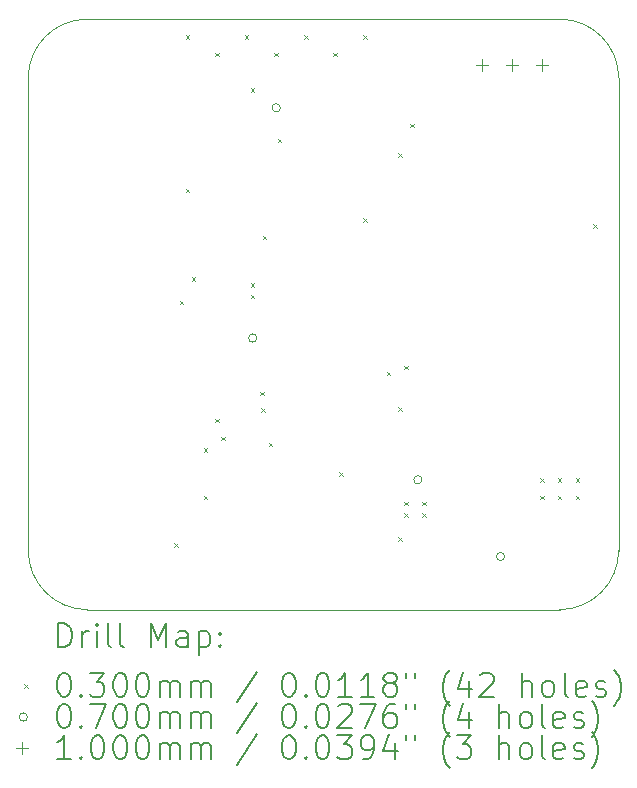
<source format=gbr>
%TF.GenerationSoftware,KiCad,Pcbnew,8.0.4*%
%TF.CreationDate,2025-01-10T10:23:57-05:00*%
%TF.ProjectId,555 Blink-a-tron SMD,35353520-426c-4696-9e6b-2d612d74726f,rev?*%
%TF.SameCoordinates,Original*%
%TF.FileFunction,Drillmap*%
%TF.FilePolarity,Positive*%
%FSLAX45Y45*%
G04 Gerber Fmt 4.5, Leading zero omitted, Abs format (unit mm)*
G04 Created by KiCad (PCBNEW 8.0.4) date 2025-01-10 10:23:57*
%MOMM*%
%LPD*%
G01*
G04 APERTURE LIST*
%ADD10C,0.050000*%
%ADD11C,0.100000*%
%ADD12C,0.200000*%
G04 APERTURE END LIST*
D10*
X10000000Y-5500000D02*
X10000000Y-9500000D01*
D11*
X14500000Y-5000000D02*
G75*
G02*
X15000000Y-5500000I0J-500000D01*
G01*
D10*
X10500000Y-10000000D02*
X14500000Y-10000000D01*
D11*
X15000000Y-9500000D02*
G75*
G02*
X14500000Y-10000000I-503550J3550D01*
G01*
D10*
X15000000Y-9500000D02*
X15000000Y-5500000D01*
D11*
X10000000Y-5500000D02*
G75*
G02*
X10500000Y-5000000I500000J0D01*
G01*
D10*
X14500000Y-5000000D02*
X10500000Y-5000000D01*
D11*
X10500000Y-10000000D02*
G75*
G02*
X10000000Y-9500000I3550J503550D01*
G01*
D12*
D11*
X11235000Y-9435000D02*
X11265000Y-9465000D01*
X11265000Y-9435000D02*
X11235000Y-9465000D01*
X11285000Y-7385000D02*
X11315000Y-7415000D01*
X11315000Y-7385000D02*
X11285000Y-7415000D01*
X11335000Y-5135000D02*
X11365000Y-5165000D01*
X11365000Y-5135000D02*
X11335000Y-5165000D01*
X11335000Y-6435000D02*
X11365000Y-6465000D01*
X11365000Y-6435000D02*
X11335000Y-6465000D01*
X11385000Y-7185000D02*
X11415000Y-7215000D01*
X11415000Y-7185000D02*
X11385000Y-7215000D01*
X11485000Y-8635000D02*
X11515000Y-8665000D01*
X11515000Y-8635000D02*
X11485000Y-8665000D01*
X11485000Y-9035000D02*
X11515000Y-9065000D01*
X11515000Y-9035000D02*
X11485000Y-9065000D01*
X11585000Y-5285000D02*
X11615000Y-5315000D01*
X11615000Y-5285000D02*
X11585000Y-5315000D01*
X11585000Y-8385000D02*
X11615000Y-8415000D01*
X11615000Y-8385000D02*
X11585000Y-8415000D01*
X11635000Y-8535000D02*
X11665000Y-8565000D01*
X11665000Y-8535000D02*
X11635000Y-8565000D01*
X11835000Y-5135000D02*
X11865000Y-5165000D01*
X11865000Y-5135000D02*
X11835000Y-5165000D01*
X11885000Y-5585000D02*
X11915000Y-5615000D01*
X11915000Y-5585000D02*
X11885000Y-5615000D01*
X11885000Y-7235000D02*
X11915000Y-7265000D01*
X11915000Y-7235000D02*
X11885000Y-7265000D01*
X11885000Y-7335000D02*
X11915000Y-7365000D01*
X11915000Y-7335000D02*
X11885000Y-7365000D01*
X11965000Y-8155000D02*
X11995000Y-8185000D01*
X11995000Y-8155000D02*
X11965000Y-8185000D01*
X11975000Y-8295000D02*
X12005000Y-8325000D01*
X12005000Y-8295000D02*
X11975000Y-8325000D01*
X11985000Y-6835000D02*
X12015000Y-6865000D01*
X12015000Y-6835000D02*
X11985000Y-6865000D01*
X12035000Y-8585000D02*
X12065000Y-8615000D01*
X12065000Y-8585000D02*
X12035000Y-8615000D01*
X12085000Y-5285000D02*
X12115000Y-5315000D01*
X12115000Y-5285000D02*
X12085000Y-5315000D01*
X12112000Y-6012000D02*
X12142000Y-6042000D01*
X12142000Y-6012000D02*
X12112000Y-6042000D01*
X12335000Y-5135000D02*
X12365000Y-5165000D01*
X12365000Y-5135000D02*
X12335000Y-5165000D01*
X12585000Y-5285000D02*
X12615000Y-5315000D01*
X12615000Y-5285000D02*
X12585000Y-5315000D01*
X12635000Y-8835000D02*
X12665000Y-8865000D01*
X12665000Y-8835000D02*
X12635000Y-8865000D01*
X12835000Y-5135000D02*
X12865000Y-5165000D01*
X12865000Y-5135000D02*
X12835000Y-5165000D01*
X12835000Y-6685000D02*
X12865000Y-6715000D01*
X12865000Y-6685000D02*
X12835000Y-6715000D01*
X13035000Y-7985000D02*
X13065000Y-8015000D01*
X13065000Y-7985000D02*
X13035000Y-8015000D01*
X13135000Y-6135000D02*
X13165000Y-6165000D01*
X13165000Y-6135000D02*
X13135000Y-6165000D01*
X13135000Y-8285000D02*
X13165000Y-8315000D01*
X13165000Y-8285000D02*
X13135000Y-8315000D01*
X13135000Y-9385000D02*
X13165000Y-9415000D01*
X13165000Y-9385000D02*
X13135000Y-9415000D01*
X13185000Y-7935000D02*
X13215000Y-7965000D01*
X13215000Y-7935000D02*
X13185000Y-7965000D01*
X13185000Y-9085000D02*
X13215000Y-9115000D01*
X13215000Y-9085000D02*
X13185000Y-9115000D01*
X13185000Y-9185000D02*
X13215000Y-9215000D01*
X13215000Y-9185000D02*
X13185000Y-9215000D01*
X13235000Y-5885000D02*
X13265000Y-5915000D01*
X13265000Y-5885000D02*
X13235000Y-5915000D01*
X13335000Y-9085000D02*
X13365000Y-9115000D01*
X13365000Y-9085000D02*
X13335000Y-9115000D01*
X13335000Y-9185000D02*
X13365000Y-9215000D01*
X13365000Y-9185000D02*
X13335000Y-9215000D01*
X14335000Y-8885000D02*
X14365000Y-8915000D01*
X14365000Y-8885000D02*
X14335000Y-8915000D01*
X14335000Y-9035000D02*
X14365000Y-9065000D01*
X14365000Y-9035000D02*
X14335000Y-9065000D01*
X14485000Y-8885000D02*
X14515000Y-8915000D01*
X14515000Y-8885000D02*
X14485000Y-8915000D01*
X14485000Y-9035000D02*
X14515000Y-9065000D01*
X14515000Y-9035000D02*
X14485000Y-9065000D01*
X14635000Y-8885000D02*
X14665000Y-8915000D01*
X14665000Y-8885000D02*
X14635000Y-8915000D01*
X14635000Y-9035000D02*
X14665000Y-9065000D01*
X14665000Y-9035000D02*
X14635000Y-9065000D01*
X14785000Y-6735000D02*
X14815000Y-6765000D01*
X14815000Y-6735000D02*
X14785000Y-6765000D01*
X11935000Y-7700000D02*
G75*
G02*
X11865000Y-7700000I-35000J0D01*
G01*
X11865000Y-7700000D02*
G75*
G02*
X11935000Y-7700000I35000J0D01*
G01*
X12135000Y-5750000D02*
G75*
G02*
X12065000Y-5750000I-35000J0D01*
G01*
X12065000Y-5750000D02*
G75*
G02*
X12135000Y-5750000I35000J0D01*
G01*
X13335000Y-8900000D02*
G75*
G02*
X13265000Y-8900000I-35000J0D01*
G01*
X13265000Y-8900000D02*
G75*
G02*
X13335000Y-8900000I35000J0D01*
G01*
X14035000Y-9550000D02*
G75*
G02*
X13965000Y-9550000I-35000J0D01*
G01*
X13965000Y-9550000D02*
G75*
G02*
X14035000Y-9550000I35000J0D01*
G01*
X13840000Y-5340000D02*
X13840000Y-5440000D01*
X13790000Y-5390000D02*
X13890000Y-5390000D01*
X14094000Y-5340000D02*
X14094000Y-5440000D01*
X14044000Y-5390000D02*
X14144000Y-5390000D01*
X14348000Y-5340000D02*
X14348000Y-5440000D01*
X14298000Y-5390000D02*
X14398000Y-5390000D01*
D12*
X10255777Y-10316484D02*
X10255777Y-10116484D01*
X10255777Y-10116484D02*
X10303396Y-10116484D01*
X10303396Y-10116484D02*
X10331967Y-10126008D01*
X10331967Y-10126008D02*
X10351015Y-10145055D01*
X10351015Y-10145055D02*
X10360539Y-10164103D01*
X10360539Y-10164103D02*
X10370063Y-10202198D01*
X10370063Y-10202198D02*
X10370063Y-10230770D01*
X10370063Y-10230770D02*
X10360539Y-10268865D01*
X10360539Y-10268865D02*
X10351015Y-10287912D01*
X10351015Y-10287912D02*
X10331967Y-10306960D01*
X10331967Y-10306960D02*
X10303396Y-10316484D01*
X10303396Y-10316484D02*
X10255777Y-10316484D01*
X10455777Y-10316484D02*
X10455777Y-10183150D01*
X10455777Y-10221246D02*
X10465301Y-10202198D01*
X10465301Y-10202198D02*
X10474824Y-10192674D01*
X10474824Y-10192674D02*
X10493872Y-10183150D01*
X10493872Y-10183150D02*
X10512920Y-10183150D01*
X10579586Y-10316484D02*
X10579586Y-10183150D01*
X10579586Y-10116484D02*
X10570063Y-10126008D01*
X10570063Y-10126008D02*
X10579586Y-10135531D01*
X10579586Y-10135531D02*
X10589110Y-10126008D01*
X10589110Y-10126008D02*
X10579586Y-10116484D01*
X10579586Y-10116484D02*
X10579586Y-10135531D01*
X10703396Y-10316484D02*
X10684348Y-10306960D01*
X10684348Y-10306960D02*
X10674824Y-10287912D01*
X10674824Y-10287912D02*
X10674824Y-10116484D01*
X10808158Y-10316484D02*
X10789110Y-10306960D01*
X10789110Y-10306960D02*
X10779586Y-10287912D01*
X10779586Y-10287912D02*
X10779586Y-10116484D01*
X11036729Y-10316484D02*
X11036729Y-10116484D01*
X11036729Y-10116484D02*
X11103396Y-10259341D01*
X11103396Y-10259341D02*
X11170063Y-10116484D01*
X11170063Y-10116484D02*
X11170063Y-10316484D01*
X11351015Y-10316484D02*
X11351015Y-10211722D01*
X11351015Y-10211722D02*
X11341491Y-10192674D01*
X11341491Y-10192674D02*
X11322443Y-10183150D01*
X11322443Y-10183150D02*
X11284348Y-10183150D01*
X11284348Y-10183150D02*
X11265301Y-10192674D01*
X11351015Y-10306960D02*
X11331967Y-10316484D01*
X11331967Y-10316484D02*
X11284348Y-10316484D01*
X11284348Y-10316484D02*
X11265301Y-10306960D01*
X11265301Y-10306960D02*
X11255777Y-10287912D01*
X11255777Y-10287912D02*
X11255777Y-10268865D01*
X11255777Y-10268865D02*
X11265301Y-10249817D01*
X11265301Y-10249817D02*
X11284348Y-10240293D01*
X11284348Y-10240293D02*
X11331967Y-10240293D01*
X11331967Y-10240293D02*
X11351015Y-10230770D01*
X11446253Y-10183150D02*
X11446253Y-10383150D01*
X11446253Y-10192674D02*
X11465301Y-10183150D01*
X11465301Y-10183150D02*
X11503396Y-10183150D01*
X11503396Y-10183150D02*
X11522443Y-10192674D01*
X11522443Y-10192674D02*
X11531967Y-10202198D01*
X11531967Y-10202198D02*
X11541491Y-10221246D01*
X11541491Y-10221246D02*
X11541491Y-10278389D01*
X11541491Y-10278389D02*
X11531967Y-10297436D01*
X11531967Y-10297436D02*
X11522443Y-10306960D01*
X11522443Y-10306960D02*
X11503396Y-10316484D01*
X11503396Y-10316484D02*
X11465301Y-10316484D01*
X11465301Y-10316484D02*
X11446253Y-10306960D01*
X11627205Y-10297436D02*
X11636729Y-10306960D01*
X11636729Y-10306960D02*
X11627205Y-10316484D01*
X11627205Y-10316484D02*
X11617682Y-10306960D01*
X11617682Y-10306960D02*
X11627205Y-10297436D01*
X11627205Y-10297436D02*
X11627205Y-10316484D01*
X11627205Y-10192674D02*
X11636729Y-10202198D01*
X11636729Y-10202198D02*
X11627205Y-10211722D01*
X11627205Y-10211722D02*
X11617682Y-10202198D01*
X11617682Y-10202198D02*
X11627205Y-10192674D01*
X11627205Y-10192674D02*
X11627205Y-10211722D01*
D11*
X9965000Y-10630000D02*
X9995000Y-10660000D01*
X9995000Y-10630000D02*
X9965000Y-10660000D01*
D12*
X10293872Y-10536484D02*
X10312920Y-10536484D01*
X10312920Y-10536484D02*
X10331967Y-10546008D01*
X10331967Y-10546008D02*
X10341491Y-10555531D01*
X10341491Y-10555531D02*
X10351015Y-10574579D01*
X10351015Y-10574579D02*
X10360539Y-10612674D01*
X10360539Y-10612674D02*
X10360539Y-10660293D01*
X10360539Y-10660293D02*
X10351015Y-10698389D01*
X10351015Y-10698389D02*
X10341491Y-10717436D01*
X10341491Y-10717436D02*
X10331967Y-10726960D01*
X10331967Y-10726960D02*
X10312920Y-10736484D01*
X10312920Y-10736484D02*
X10293872Y-10736484D01*
X10293872Y-10736484D02*
X10274824Y-10726960D01*
X10274824Y-10726960D02*
X10265301Y-10717436D01*
X10265301Y-10717436D02*
X10255777Y-10698389D01*
X10255777Y-10698389D02*
X10246253Y-10660293D01*
X10246253Y-10660293D02*
X10246253Y-10612674D01*
X10246253Y-10612674D02*
X10255777Y-10574579D01*
X10255777Y-10574579D02*
X10265301Y-10555531D01*
X10265301Y-10555531D02*
X10274824Y-10546008D01*
X10274824Y-10546008D02*
X10293872Y-10536484D01*
X10446253Y-10717436D02*
X10455777Y-10726960D01*
X10455777Y-10726960D02*
X10446253Y-10736484D01*
X10446253Y-10736484D02*
X10436729Y-10726960D01*
X10436729Y-10726960D02*
X10446253Y-10717436D01*
X10446253Y-10717436D02*
X10446253Y-10736484D01*
X10522444Y-10536484D02*
X10646253Y-10536484D01*
X10646253Y-10536484D02*
X10579586Y-10612674D01*
X10579586Y-10612674D02*
X10608158Y-10612674D01*
X10608158Y-10612674D02*
X10627205Y-10622198D01*
X10627205Y-10622198D02*
X10636729Y-10631722D01*
X10636729Y-10631722D02*
X10646253Y-10650770D01*
X10646253Y-10650770D02*
X10646253Y-10698389D01*
X10646253Y-10698389D02*
X10636729Y-10717436D01*
X10636729Y-10717436D02*
X10627205Y-10726960D01*
X10627205Y-10726960D02*
X10608158Y-10736484D01*
X10608158Y-10736484D02*
X10551015Y-10736484D01*
X10551015Y-10736484D02*
X10531967Y-10726960D01*
X10531967Y-10726960D02*
X10522444Y-10717436D01*
X10770063Y-10536484D02*
X10789110Y-10536484D01*
X10789110Y-10536484D02*
X10808158Y-10546008D01*
X10808158Y-10546008D02*
X10817682Y-10555531D01*
X10817682Y-10555531D02*
X10827205Y-10574579D01*
X10827205Y-10574579D02*
X10836729Y-10612674D01*
X10836729Y-10612674D02*
X10836729Y-10660293D01*
X10836729Y-10660293D02*
X10827205Y-10698389D01*
X10827205Y-10698389D02*
X10817682Y-10717436D01*
X10817682Y-10717436D02*
X10808158Y-10726960D01*
X10808158Y-10726960D02*
X10789110Y-10736484D01*
X10789110Y-10736484D02*
X10770063Y-10736484D01*
X10770063Y-10736484D02*
X10751015Y-10726960D01*
X10751015Y-10726960D02*
X10741491Y-10717436D01*
X10741491Y-10717436D02*
X10731967Y-10698389D01*
X10731967Y-10698389D02*
X10722444Y-10660293D01*
X10722444Y-10660293D02*
X10722444Y-10612674D01*
X10722444Y-10612674D02*
X10731967Y-10574579D01*
X10731967Y-10574579D02*
X10741491Y-10555531D01*
X10741491Y-10555531D02*
X10751015Y-10546008D01*
X10751015Y-10546008D02*
X10770063Y-10536484D01*
X10960539Y-10536484D02*
X10979586Y-10536484D01*
X10979586Y-10536484D02*
X10998634Y-10546008D01*
X10998634Y-10546008D02*
X11008158Y-10555531D01*
X11008158Y-10555531D02*
X11017682Y-10574579D01*
X11017682Y-10574579D02*
X11027205Y-10612674D01*
X11027205Y-10612674D02*
X11027205Y-10660293D01*
X11027205Y-10660293D02*
X11017682Y-10698389D01*
X11017682Y-10698389D02*
X11008158Y-10717436D01*
X11008158Y-10717436D02*
X10998634Y-10726960D01*
X10998634Y-10726960D02*
X10979586Y-10736484D01*
X10979586Y-10736484D02*
X10960539Y-10736484D01*
X10960539Y-10736484D02*
X10941491Y-10726960D01*
X10941491Y-10726960D02*
X10931967Y-10717436D01*
X10931967Y-10717436D02*
X10922444Y-10698389D01*
X10922444Y-10698389D02*
X10912920Y-10660293D01*
X10912920Y-10660293D02*
X10912920Y-10612674D01*
X10912920Y-10612674D02*
X10922444Y-10574579D01*
X10922444Y-10574579D02*
X10931967Y-10555531D01*
X10931967Y-10555531D02*
X10941491Y-10546008D01*
X10941491Y-10546008D02*
X10960539Y-10536484D01*
X11112920Y-10736484D02*
X11112920Y-10603150D01*
X11112920Y-10622198D02*
X11122444Y-10612674D01*
X11122444Y-10612674D02*
X11141491Y-10603150D01*
X11141491Y-10603150D02*
X11170063Y-10603150D01*
X11170063Y-10603150D02*
X11189110Y-10612674D01*
X11189110Y-10612674D02*
X11198634Y-10631722D01*
X11198634Y-10631722D02*
X11198634Y-10736484D01*
X11198634Y-10631722D02*
X11208158Y-10612674D01*
X11208158Y-10612674D02*
X11227205Y-10603150D01*
X11227205Y-10603150D02*
X11255777Y-10603150D01*
X11255777Y-10603150D02*
X11274824Y-10612674D01*
X11274824Y-10612674D02*
X11284348Y-10631722D01*
X11284348Y-10631722D02*
X11284348Y-10736484D01*
X11379586Y-10736484D02*
X11379586Y-10603150D01*
X11379586Y-10622198D02*
X11389110Y-10612674D01*
X11389110Y-10612674D02*
X11408158Y-10603150D01*
X11408158Y-10603150D02*
X11436729Y-10603150D01*
X11436729Y-10603150D02*
X11455777Y-10612674D01*
X11455777Y-10612674D02*
X11465301Y-10631722D01*
X11465301Y-10631722D02*
X11465301Y-10736484D01*
X11465301Y-10631722D02*
X11474824Y-10612674D01*
X11474824Y-10612674D02*
X11493872Y-10603150D01*
X11493872Y-10603150D02*
X11522443Y-10603150D01*
X11522443Y-10603150D02*
X11541491Y-10612674D01*
X11541491Y-10612674D02*
X11551015Y-10631722D01*
X11551015Y-10631722D02*
X11551015Y-10736484D01*
X11941491Y-10526960D02*
X11770063Y-10784103D01*
X12198634Y-10536484D02*
X12217682Y-10536484D01*
X12217682Y-10536484D02*
X12236729Y-10546008D01*
X12236729Y-10546008D02*
X12246253Y-10555531D01*
X12246253Y-10555531D02*
X12255777Y-10574579D01*
X12255777Y-10574579D02*
X12265301Y-10612674D01*
X12265301Y-10612674D02*
X12265301Y-10660293D01*
X12265301Y-10660293D02*
X12255777Y-10698389D01*
X12255777Y-10698389D02*
X12246253Y-10717436D01*
X12246253Y-10717436D02*
X12236729Y-10726960D01*
X12236729Y-10726960D02*
X12217682Y-10736484D01*
X12217682Y-10736484D02*
X12198634Y-10736484D01*
X12198634Y-10736484D02*
X12179586Y-10726960D01*
X12179586Y-10726960D02*
X12170063Y-10717436D01*
X12170063Y-10717436D02*
X12160539Y-10698389D01*
X12160539Y-10698389D02*
X12151015Y-10660293D01*
X12151015Y-10660293D02*
X12151015Y-10612674D01*
X12151015Y-10612674D02*
X12160539Y-10574579D01*
X12160539Y-10574579D02*
X12170063Y-10555531D01*
X12170063Y-10555531D02*
X12179586Y-10546008D01*
X12179586Y-10546008D02*
X12198634Y-10536484D01*
X12351015Y-10717436D02*
X12360539Y-10726960D01*
X12360539Y-10726960D02*
X12351015Y-10736484D01*
X12351015Y-10736484D02*
X12341491Y-10726960D01*
X12341491Y-10726960D02*
X12351015Y-10717436D01*
X12351015Y-10717436D02*
X12351015Y-10736484D01*
X12484348Y-10536484D02*
X12503396Y-10536484D01*
X12503396Y-10536484D02*
X12522444Y-10546008D01*
X12522444Y-10546008D02*
X12531967Y-10555531D01*
X12531967Y-10555531D02*
X12541491Y-10574579D01*
X12541491Y-10574579D02*
X12551015Y-10612674D01*
X12551015Y-10612674D02*
X12551015Y-10660293D01*
X12551015Y-10660293D02*
X12541491Y-10698389D01*
X12541491Y-10698389D02*
X12531967Y-10717436D01*
X12531967Y-10717436D02*
X12522444Y-10726960D01*
X12522444Y-10726960D02*
X12503396Y-10736484D01*
X12503396Y-10736484D02*
X12484348Y-10736484D01*
X12484348Y-10736484D02*
X12465301Y-10726960D01*
X12465301Y-10726960D02*
X12455777Y-10717436D01*
X12455777Y-10717436D02*
X12446253Y-10698389D01*
X12446253Y-10698389D02*
X12436729Y-10660293D01*
X12436729Y-10660293D02*
X12436729Y-10612674D01*
X12436729Y-10612674D02*
X12446253Y-10574579D01*
X12446253Y-10574579D02*
X12455777Y-10555531D01*
X12455777Y-10555531D02*
X12465301Y-10546008D01*
X12465301Y-10546008D02*
X12484348Y-10536484D01*
X12741491Y-10736484D02*
X12627206Y-10736484D01*
X12684348Y-10736484D02*
X12684348Y-10536484D01*
X12684348Y-10536484D02*
X12665301Y-10565055D01*
X12665301Y-10565055D02*
X12646253Y-10584103D01*
X12646253Y-10584103D02*
X12627206Y-10593627D01*
X12931967Y-10736484D02*
X12817682Y-10736484D01*
X12874825Y-10736484D02*
X12874825Y-10536484D01*
X12874825Y-10536484D02*
X12855777Y-10565055D01*
X12855777Y-10565055D02*
X12836729Y-10584103D01*
X12836729Y-10584103D02*
X12817682Y-10593627D01*
X13046253Y-10622198D02*
X13027206Y-10612674D01*
X13027206Y-10612674D02*
X13017682Y-10603150D01*
X13017682Y-10603150D02*
X13008158Y-10584103D01*
X13008158Y-10584103D02*
X13008158Y-10574579D01*
X13008158Y-10574579D02*
X13017682Y-10555531D01*
X13017682Y-10555531D02*
X13027206Y-10546008D01*
X13027206Y-10546008D02*
X13046253Y-10536484D01*
X13046253Y-10536484D02*
X13084348Y-10536484D01*
X13084348Y-10536484D02*
X13103396Y-10546008D01*
X13103396Y-10546008D02*
X13112920Y-10555531D01*
X13112920Y-10555531D02*
X13122444Y-10574579D01*
X13122444Y-10574579D02*
X13122444Y-10584103D01*
X13122444Y-10584103D02*
X13112920Y-10603150D01*
X13112920Y-10603150D02*
X13103396Y-10612674D01*
X13103396Y-10612674D02*
X13084348Y-10622198D01*
X13084348Y-10622198D02*
X13046253Y-10622198D01*
X13046253Y-10622198D02*
X13027206Y-10631722D01*
X13027206Y-10631722D02*
X13017682Y-10641246D01*
X13017682Y-10641246D02*
X13008158Y-10660293D01*
X13008158Y-10660293D02*
X13008158Y-10698389D01*
X13008158Y-10698389D02*
X13017682Y-10717436D01*
X13017682Y-10717436D02*
X13027206Y-10726960D01*
X13027206Y-10726960D02*
X13046253Y-10736484D01*
X13046253Y-10736484D02*
X13084348Y-10736484D01*
X13084348Y-10736484D02*
X13103396Y-10726960D01*
X13103396Y-10726960D02*
X13112920Y-10717436D01*
X13112920Y-10717436D02*
X13122444Y-10698389D01*
X13122444Y-10698389D02*
X13122444Y-10660293D01*
X13122444Y-10660293D02*
X13112920Y-10641246D01*
X13112920Y-10641246D02*
X13103396Y-10631722D01*
X13103396Y-10631722D02*
X13084348Y-10622198D01*
X13198634Y-10536484D02*
X13198634Y-10574579D01*
X13274825Y-10536484D02*
X13274825Y-10574579D01*
X13570063Y-10812674D02*
X13560539Y-10803150D01*
X13560539Y-10803150D02*
X13541491Y-10774579D01*
X13541491Y-10774579D02*
X13531968Y-10755531D01*
X13531968Y-10755531D02*
X13522444Y-10726960D01*
X13522444Y-10726960D02*
X13512920Y-10679341D01*
X13512920Y-10679341D02*
X13512920Y-10641246D01*
X13512920Y-10641246D02*
X13522444Y-10593627D01*
X13522444Y-10593627D02*
X13531968Y-10565055D01*
X13531968Y-10565055D02*
X13541491Y-10546008D01*
X13541491Y-10546008D02*
X13560539Y-10517436D01*
X13560539Y-10517436D02*
X13570063Y-10507912D01*
X13731968Y-10603150D02*
X13731968Y-10736484D01*
X13684348Y-10526960D02*
X13636729Y-10669817D01*
X13636729Y-10669817D02*
X13760539Y-10669817D01*
X13827206Y-10555531D02*
X13836729Y-10546008D01*
X13836729Y-10546008D02*
X13855777Y-10536484D01*
X13855777Y-10536484D02*
X13903396Y-10536484D01*
X13903396Y-10536484D02*
X13922444Y-10546008D01*
X13922444Y-10546008D02*
X13931968Y-10555531D01*
X13931968Y-10555531D02*
X13941491Y-10574579D01*
X13941491Y-10574579D02*
X13941491Y-10593627D01*
X13941491Y-10593627D02*
X13931968Y-10622198D01*
X13931968Y-10622198D02*
X13817682Y-10736484D01*
X13817682Y-10736484D02*
X13941491Y-10736484D01*
X14179587Y-10736484D02*
X14179587Y-10536484D01*
X14265301Y-10736484D02*
X14265301Y-10631722D01*
X14265301Y-10631722D02*
X14255777Y-10612674D01*
X14255777Y-10612674D02*
X14236730Y-10603150D01*
X14236730Y-10603150D02*
X14208158Y-10603150D01*
X14208158Y-10603150D02*
X14189110Y-10612674D01*
X14189110Y-10612674D02*
X14179587Y-10622198D01*
X14389110Y-10736484D02*
X14370063Y-10726960D01*
X14370063Y-10726960D02*
X14360539Y-10717436D01*
X14360539Y-10717436D02*
X14351015Y-10698389D01*
X14351015Y-10698389D02*
X14351015Y-10641246D01*
X14351015Y-10641246D02*
X14360539Y-10622198D01*
X14360539Y-10622198D02*
X14370063Y-10612674D01*
X14370063Y-10612674D02*
X14389110Y-10603150D01*
X14389110Y-10603150D02*
X14417682Y-10603150D01*
X14417682Y-10603150D02*
X14436730Y-10612674D01*
X14436730Y-10612674D02*
X14446253Y-10622198D01*
X14446253Y-10622198D02*
X14455777Y-10641246D01*
X14455777Y-10641246D02*
X14455777Y-10698389D01*
X14455777Y-10698389D02*
X14446253Y-10717436D01*
X14446253Y-10717436D02*
X14436730Y-10726960D01*
X14436730Y-10726960D02*
X14417682Y-10736484D01*
X14417682Y-10736484D02*
X14389110Y-10736484D01*
X14570063Y-10736484D02*
X14551015Y-10726960D01*
X14551015Y-10726960D02*
X14541491Y-10707912D01*
X14541491Y-10707912D02*
X14541491Y-10536484D01*
X14722444Y-10726960D02*
X14703396Y-10736484D01*
X14703396Y-10736484D02*
X14665301Y-10736484D01*
X14665301Y-10736484D02*
X14646253Y-10726960D01*
X14646253Y-10726960D02*
X14636730Y-10707912D01*
X14636730Y-10707912D02*
X14636730Y-10631722D01*
X14636730Y-10631722D02*
X14646253Y-10612674D01*
X14646253Y-10612674D02*
X14665301Y-10603150D01*
X14665301Y-10603150D02*
X14703396Y-10603150D01*
X14703396Y-10603150D02*
X14722444Y-10612674D01*
X14722444Y-10612674D02*
X14731968Y-10631722D01*
X14731968Y-10631722D02*
X14731968Y-10650770D01*
X14731968Y-10650770D02*
X14636730Y-10669817D01*
X14808158Y-10726960D02*
X14827206Y-10736484D01*
X14827206Y-10736484D02*
X14865301Y-10736484D01*
X14865301Y-10736484D02*
X14884349Y-10726960D01*
X14884349Y-10726960D02*
X14893872Y-10707912D01*
X14893872Y-10707912D02*
X14893872Y-10698389D01*
X14893872Y-10698389D02*
X14884349Y-10679341D01*
X14884349Y-10679341D02*
X14865301Y-10669817D01*
X14865301Y-10669817D02*
X14836730Y-10669817D01*
X14836730Y-10669817D02*
X14817682Y-10660293D01*
X14817682Y-10660293D02*
X14808158Y-10641246D01*
X14808158Y-10641246D02*
X14808158Y-10631722D01*
X14808158Y-10631722D02*
X14817682Y-10612674D01*
X14817682Y-10612674D02*
X14836730Y-10603150D01*
X14836730Y-10603150D02*
X14865301Y-10603150D01*
X14865301Y-10603150D02*
X14884349Y-10612674D01*
X14960539Y-10812674D02*
X14970063Y-10803150D01*
X14970063Y-10803150D02*
X14989111Y-10774579D01*
X14989111Y-10774579D02*
X14998634Y-10755531D01*
X14998634Y-10755531D02*
X15008158Y-10726960D01*
X15008158Y-10726960D02*
X15017682Y-10679341D01*
X15017682Y-10679341D02*
X15017682Y-10641246D01*
X15017682Y-10641246D02*
X15008158Y-10593627D01*
X15008158Y-10593627D02*
X14998634Y-10565055D01*
X14998634Y-10565055D02*
X14989111Y-10546008D01*
X14989111Y-10546008D02*
X14970063Y-10517436D01*
X14970063Y-10517436D02*
X14960539Y-10507912D01*
D11*
X9995000Y-10909000D02*
G75*
G02*
X9925000Y-10909000I-35000J0D01*
G01*
X9925000Y-10909000D02*
G75*
G02*
X9995000Y-10909000I35000J0D01*
G01*
D12*
X10293872Y-10800484D02*
X10312920Y-10800484D01*
X10312920Y-10800484D02*
X10331967Y-10810008D01*
X10331967Y-10810008D02*
X10341491Y-10819531D01*
X10341491Y-10819531D02*
X10351015Y-10838579D01*
X10351015Y-10838579D02*
X10360539Y-10876674D01*
X10360539Y-10876674D02*
X10360539Y-10924293D01*
X10360539Y-10924293D02*
X10351015Y-10962389D01*
X10351015Y-10962389D02*
X10341491Y-10981436D01*
X10341491Y-10981436D02*
X10331967Y-10990960D01*
X10331967Y-10990960D02*
X10312920Y-11000484D01*
X10312920Y-11000484D02*
X10293872Y-11000484D01*
X10293872Y-11000484D02*
X10274824Y-10990960D01*
X10274824Y-10990960D02*
X10265301Y-10981436D01*
X10265301Y-10981436D02*
X10255777Y-10962389D01*
X10255777Y-10962389D02*
X10246253Y-10924293D01*
X10246253Y-10924293D02*
X10246253Y-10876674D01*
X10246253Y-10876674D02*
X10255777Y-10838579D01*
X10255777Y-10838579D02*
X10265301Y-10819531D01*
X10265301Y-10819531D02*
X10274824Y-10810008D01*
X10274824Y-10810008D02*
X10293872Y-10800484D01*
X10446253Y-10981436D02*
X10455777Y-10990960D01*
X10455777Y-10990960D02*
X10446253Y-11000484D01*
X10446253Y-11000484D02*
X10436729Y-10990960D01*
X10436729Y-10990960D02*
X10446253Y-10981436D01*
X10446253Y-10981436D02*
X10446253Y-11000484D01*
X10522444Y-10800484D02*
X10655777Y-10800484D01*
X10655777Y-10800484D02*
X10570063Y-11000484D01*
X10770063Y-10800484D02*
X10789110Y-10800484D01*
X10789110Y-10800484D02*
X10808158Y-10810008D01*
X10808158Y-10810008D02*
X10817682Y-10819531D01*
X10817682Y-10819531D02*
X10827205Y-10838579D01*
X10827205Y-10838579D02*
X10836729Y-10876674D01*
X10836729Y-10876674D02*
X10836729Y-10924293D01*
X10836729Y-10924293D02*
X10827205Y-10962389D01*
X10827205Y-10962389D02*
X10817682Y-10981436D01*
X10817682Y-10981436D02*
X10808158Y-10990960D01*
X10808158Y-10990960D02*
X10789110Y-11000484D01*
X10789110Y-11000484D02*
X10770063Y-11000484D01*
X10770063Y-11000484D02*
X10751015Y-10990960D01*
X10751015Y-10990960D02*
X10741491Y-10981436D01*
X10741491Y-10981436D02*
X10731967Y-10962389D01*
X10731967Y-10962389D02*
X10722444Y-10924293D01*
X10722444Y-10924293D02*
X10722444Y-10876674D01*
X10722444Y-10876674D02*
X10731967Y-10838579D01*
X10731967Y-10838579D02*
X10741491Y-10819531D01*
X10741491Y-10819531D02*
X10751015Y-10810008D01*
X10751015Y-10810008D02*
X10770063Y-10800484D01*
X10960539Y-10800484D02*
X10979586Y-10800484D01*
X10979586Y-10800484D02*
X10998634Y-10810008D01*
X10998634Y-10810008D02*
X11008158Y-10819531D01*
X11008158Y-10819531D02*
X11017682Y-10838579D01*
X11017682Y-10838579D02*
X11027205Y-10876674D01*
X11027205Y-10876674D02*
X11027205Y-10924293D01*
X11027205Y-10924293D02*
X11017682Y-10962389D01*
X11017682Y-10962389D02*
X11008158Y-10981436D01*
X11008158Y-10981436D02*
X10998634Y-10990960D01*
X10998634Y-10990960D02*
X10979586Y-11000484D01*
X10979586Y-11000484D02*
X10960539Y-11000484D01*
X10960539Y-11000484D02*
X10941491Y-10990960D01*
X10941491Y-10990960D02*
X10931967Y-10981436D01*
X10931967Y-10981436D02*
X10922444Y-10962389D01*
X10922444Y-10962389D02*
X10912920Y-10924293D01*
X10912920Y-10924293D02*
X10912920Y-10876674D01*
X10912920Y-10876674D02*
X10922444Y-10838579D01*
X10922444Y-10838579D02*
X10931967Y-10819531D01*
X10931967Y-10819531D02*
X10941491Y-10810008D01*
X10941491Y-10810008D02*
X10960539Y-10800484D01*
X11112920Y-11000484D02*
X11112920Y-10867150D01*
X11112920Y-10886198D02*
X11122444Y-10876674D01*
X11122444Y-10876674D02*
X11141491Y-10867150D01*
X11141491Y-10867150D02*
X11170063Y-10867150D01*
X11170063Y-10867150D02*
X11189110Y-10876674D01*
X11189110Y-10876674D02*
X11198634Y-10895722D01*
X11198634Y-10895722D02*
X11198634Y-11000484D01*
X11198634Y-10895722D02*
X11208158Y-10876674D01*
X11208158Y-10876674D02*
X11227205Y-10867150D01*
X11227205Y-10867150D02*
X11255777Y-10867150D01*
X11255777Y-10867150D02*
X11274824Y-10876674D01*
X11274824Y-10876674D02*
X11284348Y-10895722D01*
X11284348Y-10895722D02*
X11284348Y-11000484D01*
X11379586Y-11000484D02*
X11379586Y-10867150D01*
X11379586Y-10886198D02*
X11389110Y-10876674D01*
X11389110Y-10876674D02*
X11408158Y-10867150D01*
X11408158Y-10867150D02*
X11436729Y-10867150D01*
X11436729Y-10867150D02*
X11455777Y-10876674D01*
X11455777Y-10876674D02*
X11465301Y-10895722D01*
X11465301Y-10895722D02*
X11465301Y-11000484D01*
X11465301Y-10895722D02*
X11474824Y-10876674D01*
X11474824Y-10876674D02*
X11493872Y-10867150D01*
X11493872Y-10867150D02*
X11522443Y-10867150D01*
X11522443Y-10867150D02*
X11541491Y-10876674D01*
X11541491Y-10876674D02*
X11551015Y-10895722D01*
X11551015Y-10895722D02*
X11551015Y-11000484D01*
X11941491Y-10790960D02*
X11770063Y-11048103D01*
X12198634Y-10800484D02*
X12217682Y-10800484D01*
X12217682Y-10800484D02*
X12236729Y-10810008D01*
X12236729Y-10810008D02*
X12246253Y-10819531D01*
X12246253Y-10819531D02*
X12255777Y-10838579D01*
X12255777Y-10838579D02*
X12265301Y-10876674D01*
X12265301Y-10876674D02*
X12265301Y-10924293D01*
X12265301Y-10924293D02*
X12255777Y-10962389D01*
X12255777Y-10962389D02*
X12246253Y-10981436D01*
X12246253Y-10981436D02*
X12236729Y-10990960D01*
X12236729Y-10990960D02*
X12217682Y-11000484D01*
X12217682Y-11000484D02*
X12198634Y-11000484D01*
X12198634Y-11000484D02*
X12179586Y-10990960D01*
X12179586Y-10990960D02*
X12170063Y-10981436D01*
X12170063Y-10981436D02*
X12160539Y-10962389D01*
X12160539Y-10962389D02*
X12151015Y-10924293D01*
X12151015Y-10924293D02*
X12151015Y-10876674D01*
X12151015Y-10876674D02*
X12160539Y-10838579D01*
X12160539Y-10838579D02*
X12170063Y-10819531D01*
X12170063Y-10819531D02*
X12179586Y-10810008D01*
X12179586Y-10810008D02*
X12198634Y-10800484D01*
X12351015Y-10981436D02*
X12360539Y-10990960D01*
X12360539Y-10990960D02*
X12351015Y-11000484D01*
X12351015Y-11000484D02*
X12341491Y-10990960D01*
X12341491Y-10990960D02*
X12351015Y-10981436D01*
X12351015Y-10981436D02*
X12351015Y-11000484D01*
X12484348Y-10800484D02*
X12503396Y-10800484D01*
X12503396Y-10800484D02*
X12522444Y-10810008D01*
X12522444Y-10810008D02*
X12531967Y-10819531D01*
X12531967Y-10819531D02*
X12541491Y-10838579D01*
X12541491Y-10838579D02*
X12551015Y-10876674D01*
X12551015Y-10876674D02*
X12551015Y-10924293D01*
X12551015Y-10924293D02*
X12541491Y-10962389D01*
X12541491Y-10962389D02*
X12531967Y-10981436D01*
X12531967Y-10981436D02*
X12522444Y-10990960D01*
X12522444Y-10990960D02*
X12503396Y-11000484D01*
X12503396Y-11000484D02*
X12484348Y-11000484D01*
X12484348Y-11000484D02*
X12465301Y-10990960D01*
X12465301Y-10990960D02*
X12455777Y-10981436D01*
X12455777Y-10981436D02*
X12446253Y-10962389D01*
X12446253Y-10962389D02*
X12436729Y-10924293D01*
X12436729Y-10924293D02*
X12436729Y-10876674D01*
X12436729Y-10876674D02*
X12446253Y-10838579D01*
X12446253Y-10838579D02*
X12455777Y-10819531D01*
X12455777Y-10819531D02*
X12465301Y-10810008D01*
X12465301Y-10810008D02*
X12484348Y-10800484D01*
X12627206Y-10819531D02*
X12636729Y-10810008D01*
X12636729Y-10810008D02*
X12655777Y-10800484D01*
X12655777Y-10800484D02*
X12703396Y-10800484D01*
X12703396Y-10800484D02*
X12722444Y-10810008D01*
X12722444Y-10810008D02*
X12731967Y-10819531D01*
X12731967Y-10819531D02*
X12741491Y-10838579D01*
X12741491Y-10838579D02*
X12741491Y-10857627D01*
X12741491Y-10857627D02*
X12731967Y-10886198D01*
X12731967Y-10886198D02*
X12617682Y-11000484D01*
X12617682Y-11000484D02*
X12741491Y-11000484D01*
X12808158Y-10800484D02*
X12941491Y-10800484D01*
X12941491Y-10800484D02*
X12855777Y-11000484D01*
X13103396Y-10800484D02*
X13065301Y-10800484D01*
X13065301Y-10800484D02*
X13046253Y-10810008D01*
X13046253Y-10810008D02*
X13036729Y-10819531D01*
X13036729Y-10819531D02*
X13017682Y-10848103D01*
X13017682Y-10848103D02*
X13008158Y-10886198D01*
X13008158Y-10886198D02*
X13008158Y-10962389D01*
X13008158Y-10962389D02*
X13017682Y-10981436D01*
X13017682Y-10981436D02*
X13027206Y-10990960D01*
X13027206Y-10990960D02*
X13046253Y-11000484D01*
X13046253Y-11000484D02*
X13084348Y-11000484D01*
X13084348Y-11000484D02*
X13103396Y-10990960D01*
X13103396Y-10990960D02*
X13112920Y-10981436D01*
X13112920Y-10981436D02*
X13122444Y-10962389D01*
X13122444Y-10962389D02*
X13122444Y-10914770D01*
X13122444Y-10914770D02*
X13112920Y-10895722D01*
X13112920Y-10895722D02*
X13103396Y-10886198D01*
X13103396Y-10886198D02*
X13084348Y-10876674D01*
X13084348Y-10876674D02*
X13046253Y-10876674D01*
X13046253Y-10876674D02*
X13027206Y-10886198D01*
X13027206Y-10886198D02*
X13017682Y-10895722D01*
X13017682Y-10895722D02*
X13008158Y-10914770D01*
X13198634Y-10800484D02*
X13198634Y-10838579D01*
X13274825Y-10800484D02*
X13274825Y-10838579D01*
X13570063Y-11076674D02*
X13560539Y-11067150D01*
X13560539Y-11067150D02*
X13541491Y-11038579D01*
X13541491Y-11038579D02*
X13531968Y-11019531D01*
X13531968Y-11019531D02*
X13522444Y-10990960D01*
X13522444Y-10990960D02*
X13512920Y-10943341D01*
X13512920Y-10943341D02*
X13512920Y-10905246D01*
X13512920Y-10905246D02*
X13522444Y-10857627D01*
X13522444Y-10857627D02*
X13531968Y-10829055D01*
X13531968Y-10829055D02*
X13541491Y-10810008D01*
X13541491Y-10810008D02*
X13560539Y-10781436D01*
X13560539Y-10781436D02*
X13570063Y-10771912D01*
X13731968Y-10867150D02*
X13731968Y-11000484D01*
X13684348Y-10790960D02*
X13636729Y-10933817D01*
X13636729Y-10933817D02*
X13760539Y-10933817D01*
X13989110Y-11000484D02*
X13989110Y-10800484D01*
X14074825Y-11000484D02*
X14074825Y-10895722D01*
X14074825Y-10895722D02*
X14065301Y-10876674D01*
X14065301Y-10876674D02*
X14046253Y-10867150D01*
X14046253Y-10867150D02*
X14017682Y-10867150D01*
X14017682Y-10867150D02*
X13998634Y-10876674D01*
X13998634Y-10876674D02*
X13989110Y-10886198D01*
X14198634Y-11000484D02*
X14179587Y-10990960D01*
X14179587Y-10990960D02*
X14170063Y-10981436D01*
X14170063Y-10981436D02*
X14160539Y-10962389D01*
X14160539Y-10962389D02*
X14160539Y-10905246D01*
X14160539Y-10905246D02*
X14170063Y-10886198D01*
X14170063Y-10886198D02*
X14179587Y-10876674D01*
X14179587Y-10876674D02*
X14198634Y-10867150D01*
X14198634Y-10867150D02*
X14227206Y-10867150D01*
X14227206Y-10867150D02*
X14246253Y-10876674D01*
X14246253Y-10876674D02*
X14255777Y-10886198D01*
X14255777Y-10886198D02*
X14265301Y-10905246D01*
X14265301Y-10905246D02*
X14265301Y-10962389D01*
X14265301Y-10962389D02*
X14255777Y-10981436D01*
X14255777Y-10981436D02*
X14246253Y-10990960D01*
X14246253Y-10990960D02*
X14227206Y-11000484D01*
X14227206Y-11000484D02*
X14198634Y-11000484D01*
X14379587Y-11000484D02*
X14360539Y-10990960D01*
X14360539Y-10990960D02*
X14351015Y-10971912D01*
X14351015Y-10971912D02*
X14351015Y-10800484D01*
X14531968Y-10990960D02*
X14512920Y-11000484D01*
X14512920Y-11000484D02*
X14474825Y-11000484D01*
X14474825Y-11000484D02*
X14455777Y-10990960D01*
X14455777Y-10990960D02*
X14446253Y-10971912D01*
X14446253Y-10971912D02*
X14446253Y-10895722D01*
X14446253Y-10895722D02*
X14455777Y-10876674D01*
X14455777Y-10876674D02*
X14474825Y-10867150D01*
X14474825Y-10867150D02*
X14512920Y-10867150D01*
X14512920Y-10867150D02*
X14531968Y-10876674D01*
X14531968Y-10876674D02*
X14541491Y-10895722D01*
X14541491Y-10895722D02*
X14541491Y-10914770D01*
X14541491Y-10914770D02*
X14446253Y-10933817D01*
X14617682Y-10990960D02*
X14636730Y-11000484D01*
X14636730Y-11000484D02*
X14674825Y-11000484D01*
X14674825Y-11000484D02*
X14693872Y-10990960D01*
X14693872Y-10990960D02*
X14703396Y-10971912D01*
X14703396Y-10971912D02*
X14703396Y-10962389D01*
X14703396Y-10962389D02*
X14693872Y-10943341D01*
X14693872Y-10943341D02*
X14674825Y-10933817D01*
X14674825Y-10933817D02*
X14646253Y-10933817D01*
X14646253Y-10933817D02*
X14627206Y-10924293D01*
X14627206Y-10924293D02*
X14617682Y-10905246D01*
X14617682Y-10905246D02*
X14617682Y-10895722D01*
X14617682Y-10895722D02*
X14627206Y-10876674D01*
X14627206Y-10876674D02*
X14646253Y-10867150D01*
X14646253Y-10867150D02*
X14674825Y-10867150D01*
X14674825Y-10867150D02*
X14693872Y-10876674D01*
X14770063Y-11076674D02*
X14779587Y-11067150D01*
X14779587Y-11067150D02*
X14798634Y-11038579D01*
X14798634Y-11038579D02*
X14808158Y-11019531D01*
X14808158Y-11019531D02*
X14817682Y-10990960D01*
X14817682Y-10990960D02*
X14827206Y-10943341D01*
X14827206Y-10943341D02*
X14827206Y-10905246D01*
X14827206Y-10905246D02*
X14817682Y-10857627D01*
X14817682Y-10857627D02*
X14808158Y-10829055D01*
X14808158Y-10829055D02*
X14798634Y-10810008D01*
X14798634Y-10810008D02*
X14779587Y-10781436D01*
X14779587Y-10781436D02*
X14770063Y-10771912D01*
D11*
X9945000Y-11123000D02*
X9945000Y-11223000D01*
X9895000Y-11173000D02*
X9995000Y-11173000D01*
D12*
X10360539Y-11264484D02*
X10246253Y-11264484D01*
X10303396Y-11264484D02*
X10303396Y-11064484D01*
X10303396Y-11064484D02*
X10284348Y-11093055D01*
X10284348Y-11093055D02*
X10265301Y-11112103D01*
X10265301Y-11112103D02*
X10246253Y-11121627D01*
X10446253Y-11245436D02*
X10455777Y-11254960D01*
X10455777Y-11254960D02*
X10446253Y-11264484D01*
X10446253Y-11264484D02*
X10436729Y-11254960D01*
X10436729Y-11254960D02*
X10446253Y-11245436D01*
X10446253Y-11245436D02*
X10446253Y-11264484D01*
X10579586Y-11064484D02*
X10598634Y-11064484D01*
X10598634Y-11064484D02*
X10617682Y-11074008D01*
X10617682Y-11074008D02*
X10627205Y-11083531D01*
X10627205Y-11083531D02*
X10636729Y-11102579D01*
X10636729Y-11102579D02*
X10646253Y-11140674D01*
X10646253Y-11140674D02*
X10646253Y-11188293D01*
X10646253Y-11188293D02*
X10636729Y-11226388D01*
X10636729Y-11226388D02*
X10627205Y-11245436D01*
X10627205Y-11245436D02*
X10617682Y-11254960D01*
X10617682Y-11254960D02*
X10598634Y-11264484D01*
X10598634Y-11264484D02*
X10579586Y-11264484D01*
X10579586Y-11264484D02*
X10560539Y-11254960D01*
X10560539Y-11254960D02*
X10551015Y-11245436D01*
X10551015Y-11245436D02*
X10541491Y-11226388D01*
X10541491Y-11226388D02*
X10531967Y-11188293D01*
X10531967Y-11188293D02*
X10531967Y-11140674D01*
X10531967Y-11140674D02*
X10541491Y-11102579D01*
X10541491Y-11102579D02*
X10551015Y-11083531D01*
X10551015Y-11083531D02*
X10560539Y-11074008D01*
X10560539Y-11074008D02*
X10579586Y-11064484D01*
X10770063Y-11064484D02*
X10789110Y-11064484D01*
X10789110Y-11064484D02*
X10808158Y-11074008D01*
X10808158Y-11074008D02*
X10817682Y-11083531D01*
X10817682Y-11083531D02*
X10827205Y-11102579D01*
X10827205Y-11102579D02*
X10836729Y-11140674D01*
X10836729Y-11140674D02*
X10836729Y-11188293D01*
X10836729Y-11188293D02*
X10827205Y-11226388D01*
X10827205Y-11226388D02*
X10817682Y-11245436D01*
X10817682Y-11245436D02*
X10808158Y-11254960D01*
X10808158Y-11254960D02*
X10789110Y-11264484D01*
X10789110Y-11264484D02*
X10770063Y-11264484D01*
X10770063Y-11264484D02*
X10751015Y-11254960D01*
X10751015Y-11254960D02*
X10741491Y-11245436D01*
X10741491Y-11245436D02*
X10731967Y-11226388D01*
X10731967Y-11226388D02*
X10722444Y-11188293D01*
X10722444Y-11188293D02*
X10722444Y-11140674D01*
X10722444Y-11140674D02*
X10731967Y-11102579D01*
X10731967Y-11102579D02*
X10741491Y-11083531D01*
X10741491Y-11083531D02*
X10751015Y-11074008D01*
X10751015Y-11074008D02*
X10770063Y-11064484D01*
X10960539Y-11064484D02*
X10979586Y-11064484D01*
X10979586Y-11064484D02*
X10998634Y-11074008D01*
X10998634Y-11074008D02*
X11008158Y-11083531D01*
X11008158Y-11083531D02*
X11017682Y-11102579D01*
X11017682Y-11102579D02*
X11027205Y-11140674D01*
X11027205Y-11140674D02*
X11027205Y-11188293D01*
X11027205Y-11188293D02*
X11017682Y-11226388D01*
X11017682Y-11226388D02*
X11008158Y-11245436D01*
X11008158Y-11245436D02*
X10998634Y-11254960D01*
X10998634Y-11254960D02*
X10979586Y-11264484D01*
X10979586Y-11264484D02*
X10960539Y-11264484D01*
X10960539Y-11264484D02*
X10941491Y-11254960D01*
X10941491Y-11254960D02*
X10931967Y-11245436D01*
X10931967Y-11245436D02*
X10922444Y-11226388D01*
X10922444Y-11226388D02*
X10912920Y-11188293D01*
X10912920Y-11188293D02*
X10912920Y-11140674D01*
X10912920Y-11140674D02*
X10922444Y-11102579D01*
X10922444Y-11102579D02*
X10931967Y-11083531D01*
X10931967Y-11083531D02*
X10941491Y-11074008D01*
X10941491Y-11074008D02*
X10960539Y-11064484D01*
X11112920Y-11264484D02*
X11112920Y-11131150D01*
X11112920Y-11150198D02*
X11122444Y-11140674D01*
X11122444Y-11140674D02*
X11141491Y-11131150D01*
X11141491Y-11131150D02*
X11170063Y-11131150D01*
X11170063Y-11131150D02*
X11189110Y-11140674D01*
X11189110Y-11140674D02*
X11198634Y-11159722D01*
X11198634Y-11159722D02*
X11198634Y-11264484D01*
X11198634Y-11159722D02*
X11208158Y-11140674D01*
X11208158Y-11140674D02*
X11227205Y-11131150D01*
X11227205Y-11131150D02*
X11255777Y-11131150D01*
X11255777Y-11131150D02*
X11274824Y-11140674D01*
X11274824Y-11140674D02*
X11284348Y-11159722D01*
X11284348Y-11159722D02*
X11284348Y-11264484D01*
X11379586Y-11264484D02*
X11379586Y-11131150D01*
X11379586Y-11150198D02*
X11389110Y-11140674D01*
X11389110Y-11140674D02*
X11408158Y-11131150D01*
X11408158Y-11131150D02*
X11436729Y-11131150D01*
X11436729Y-11131150D02*
X11455777Y-11140674D01*
X11455777Y-11140674D02*
X11465301Y-11159722D01*
X11465301Y-11159722D02*
X11465301Y-11264484D01*
X11465301Y-11159722D02*
X11474824Y-11140674D01*
X11474824Y-11140674D02*
X11493872Y-11131150D01*
X11493872Y-11131150D02*
X11522443Y-11131150D01*
X11522443Y-11131150D02*
X11541491Y-11140674D01*
X11541491Y-11140674D02*
X11551015Y-11159722D01*
X11551015Y-11159722D02*
X11551015Y-11264484D01*
X11941491Y-11054960D02*
X11770063Y-11312103D01*
X12198634Y-11064484D02*
X12217682Y-11064484D01*
X12217682Y-11064484D02*
X12236729Y-11074008D01*
X12236729Y-11074008D02*
X12246253Y-11083531D01*
X12246253Y-11083531D02*
X12255777Y-11102579D01*
X12255777Y-11102579D02*
X12265301Y-11140674D01*
X12265301Y-11140674D02*
X12265301Y-11188293D01*
X12265301Y-11188293D02*
X12255777Y-11226388D01*
X12255777Y-11226388D02*
X12246253Y-11245436D01*
X12246253Y-11245436D02*
X12236729Y-11254960D01*
X12236729Y-11254960D02*
X12217682Y-11264484D01*
X12217682Y-11264484D02*
X12198634Y-11264484D01*
X12198634Y-11264484D02*
X12179586Y-11254960D01*
X12179586Y-11254960D02*
X12170063Y-11245436D01*
X12170063Y-11245436D02*
X12160539Y-11226388D01*
X12160539Y-11226388D02*
X12151015Y-11188293D01*
X12151015Y-11188293D02*
X12151015Y-11140674D01*
X12151015Y-11140674D02*
X12160539Y-11102579D01*
X12160539Y-11102579D02*
X12170063Y-11083531D01*
X12170063Y-11083531D02*
X12179586Y-11074008D01*
X12179586Y-11074008D02*
X12198634Y-11064484D01*
X12351015Y-11245436D02*
X12360539Y-11254960D01*
X12360539Y-11254960D02*
X12351015Y-11264484D01*
X12351015Y-11264484D02*
X12341491Y-11254960D01*
X12341491Y-11254960D02*
X12351015Y-11245436D01*
X12351015Y-11245436D02*
X12351015Y-11264484D01*
X12484348Y-11064484D02*
X12503396Y-11064484D01*
X12503396Y-11064484D02*
X12522444Y-11074008D01*
X12522444Y-11074008D02*
X12531967Y-11083531D01*
X12531967Y-11083531D02*
X12541491Y-11102579D01*
X12541491Y-11102579D02*
X12551015Y-11140674D01*
X12551015Y-11140674D02*
X12551015Y-11188293D01*
X12551015Y-11188293D02*
X12541491Y-11226388D01*
X12541491Y-11226388D02*
X12531967Y-11245436D01*
X12531967Y-11245436D02*
X12522444Y-11254960D01*
X12522444Y-11254960D02*
X12503396Y-11264484D01*
X12503396Y-11264484D02*
X12484348Y-11264484D01*
X12484348Y-11264484D02*
X12465301Y-11254960D01*
X12465301Y-11254960D02*
X12455777Y-11245436D01*
X12455777Y-11245436D02*
X12446253Y-11226388D01*
X12446253Y-11226388D02*
X12436729Y-11188293D01*
X12436729Y-11188293D02*
X12436729Y-11140674D01*
X12436729Y-11140674D02*
X12446253Y-11102579D01*
X12446253Y-11102579D02*
X12455777Y-11083531D01*
X12455777Y-11083531D02*
X12465301Y-11074008D01*
X12465301Y-11074008D02*
X12484348Y-11064484D01*
X12617682Y-11064484D02*
X12741491Y-11064484D01*
X12741491Y-11064484D02*
X12674825Y-11140674D01*
X12674825Y-11140674D02*
X12703396Y-11140674D01*
X12703396Y-11140674D02*
X12722444Y-11150198D01*
X12722444Y-11150198D02*
X12731967Y-11159722D01*
X12731967Y-11159722D02*
X12741491Y-11178770D01*
X12741491Y-11178770D02*
X12741491Y-11226388D01*
X12741491Y-11226388D02*
X12731967Y-11245436D01*
X12731967Y-11245436D02*
X12722444Y-11254960D01*
X12722444Y-11254960D02*
X12703396Y-11264484D01*
X12703396Y-11264484D02*
X12646253Y-11264484D01*
X12646253Y-11264484D02*
X12627206Y-11254960D01*
X12627206Y-11254960D02*
X12617682Y-11245436D01*
X12836729Y-11264484D02*
X12874825Y-11264484D01*
X12874825Y-11264484D02*
X12893872Y-11254960D01*
X12893872Y-11254960D02*
X12903396Y-11245436D01*
X12903396Y-11245436D02*
X12922444Y-11216865D01*
X12922444Y-11216865D02*
X12931967Y-11178770D01*
X12931967Y-11178770D02*
X12931967Y-11102579D01*
X12931967Y-11102579D02*
X12922444Y-11083531D01*
X12922444Y-11083531D02*
X12912920Y-11074008D01*
X12912920Y-11074008D02*
X12893872Y-11064484D01*
X12893872Y-11064484D02*
X12855777Y-11064484D01*
X12855777Y-11064484D02*
X12836729Y-11074008D01*
X12836729Y-11074008D02*
X12827206Y-11083531D01*
X12827206Y-11083531D02*
X12817682Y-11102579D01*
X12817682Y-11102579D02*
X12817682Y-11150198D01*
X12817682Y-11150198D02*
X12827206Y-11169246D01*
X12827206Y-11169246D02*
X12836729Y-11178770D01*
X12836729Y-11178770D02*
X12855777Y-11188293D01*
X12855777Y-11188293D02*
X12893872Y-11188293D01*
X12893872Y-11188293D02*
X12912920Y-11178770D01*
X12912920Y-11178770D02*
X12922444Y-11169246D01*
X12922444Y-11169246D02*
X12931967Y-11150198D01*
X13103396Y-11131150D02*
X13103396Y-11264484D01*
X13055777Y-11054960D02*
X13008158Y-11197817D01*
X13008158Y-11197817D02*
X13131967Y-11197817D01*
X13198634Y-11064484D02*
X13198634Y-11102579D01*
X13274825Y-11064484D02*
X13274825Y-11102579D01*
X13570063Y-11340674D02*
X13560539Y-11331150D01*
X13560539Y-11331150D02*
X13541491Y-11302579D01*
X13541491Y-11302579D02*
X13531968Y-11283531D01*
X13531968Y-11283531D02*
X13522444Y-11254960D01*
X13522444Y-11254960D02*
X13512920Y-11207341D01*
X13512920Y-11207341D02*
X13512920Y-11169246D01*
X13512920Y-11169246D02*
X13522444Y-11121627D01*
X13522444Y-11121627D02*
X13531968Y-11093055D01*
X13531968Y-11093055D02*
X13541491Y-11074008D01*
X13541491Y-11074008D02*
X13560539Y-11045436D01*
X13560539Y-11045436D02*
X13570063Y-11035912D01*
X13627206Y-11064484D02*
X13751015Y-11064484D01*
X13751015Y-11064484D02*
X13684348Y-11140674D01*
X13684348Y-11140674D02*
X13712920Y-11140674D01*
X13712920Y-11140674D02*
X13731968Y-11150198D01*
X13731968Y-11150198D02*
X13741491Y-11159722D01*
X13741491Y-11159722D02*
X13751015Y-11178770D01*
X13751015Y-11178770D02*
X13751015Y-11226388D01*
X13751015Y-11226388D02*
X13741491Y-11245436D01*
X13741491Y-11245436D02*
X13731968Y-11254960D01*
X13731968Y-11254960D02*
X13712920Y-11264484D01*
X13712920Y-11264484D02*
X13655777Y-11264484D01*
X13655777Y-11264484D02*
X13636729Y-11254960D01*
X13636729Y-11254960D02*
X13627206Y-11245436D01*
X13989110Y-11264484D02*
X13989110Y-11064484D01*
X14074825Y-11264484D02*
X14074825Y-11159722D01*
X14074825Y-11159722D02*
X14065301Y-11140674D01*
X14065301Y-11140674D02*
X14046253Y-11131150D01*
X14046253Y-11131150D02*
X14017682Y-11131150D01*
X14017682Y-11131150D02*
X13998634Y-11140674D01*
X13998634Y-11140674D02*
X13989110Y-11150198D01*
X14198634Y-11264484D02*
X14179587Y-11254960D01*
X14179587Y-11254960D02*
X14170063Y-11245436D01*
X14170063Y-11245436D02*
X14160539Y-11226388D01*
X14160539Y-11226388D02*
X14160539Y-11169246D01*
X14160539Y-11169246D02*
X14170063Y-11150198D01*
X14170063Y-11150198D02*
X14179587Y-11140674D01*
X14179587Y-11140674D02*
X14198634Y-11131150D01*
X14198634Y-11131150D02*
X14227206Y-11131150D01*
X14227206Y-11131150D02*
X14246253Y-11140674D01*
X14246253Y-11140674D02*
X14255777Y-11150198D01*
X14255777Y-11150198D02*
X14265301Y-11169246D01*
X14265301Y-11169246D02*
X14265301Y-11226388D01*
X14265301Y-11226388D02*
X14255777Y-11245436D01*
X14255777Y-11245436D02*
X14246253Y-11254960D01*
X14246253Y-11254960D02*
X14227206Y-11264484D01*
X14227206Y-11264484D02*
X14198634Y-11264484D01*
X14379587Y-11264484D02*
X14360539Y-11254960D01*
X14360539Y-11254960D02*
X14351015Y-11235912D01*
X14351015Y-11235912D02*
X14351015Y-11064484D01*
X14531968Y-11254960D02*
X14512920Y-11264484D01*
X14512920Y-11264484D02*
X14474825Y-11264484D01*
X14474825Y-11264484D02*
X14455777Y-11254960D01*
X14455777Y-11254960D02*
X14446253Y-11235912D01*
X14446253Y-11235912D02*
X14446253Y-11159722D01*
X14446253Y-11159722D02*
X14455777Y-11140674D01*
X14455777Y-11140674D02*
X14474825Y-11131150D01*
X14474825Y-11131150D02*
X14512920Y-11131150D01*
X14512920Y-11131150D02*
X14531968Y-11140674D01*
X14531968Y-11140674D02*
X14541491Y-11159722D01*
X14541491Y-11159722D02*
X14541491Y-11178770D01*
X14541491Y-11178770D02*
X14446253Y-11197817D01*
X14617682Y-11254960D02*
X14636730Y-11264484D01*
X14636730Y-11264484D02*
X14674825Y-11264484D01*
X14674825Y-11264484D02*
X14693872Y-11254960D01*
X14693872Y-11254960D02*
X14703396Y-11235912D01*
X14703396Y-11235912D02*
X14703396Y-11226388D01*
X14703396Y-11226388D02*
X14693872Y-11207341D01*
X14693872Y-11207341D02*
X14674825Y-11197817D01*
X14674825Y-11197817D02*
X14646253Y-11197817D01*
X14646253Y-11197817D02*
X14627206Y-11188293D01*
X14627206Y-11188293D02*
X14617682Y-11169246D01*
X14617682Y-11169246D02*
X14617682Y-11159722D01*
X14617682Y-11159722D02*
X14627206Y-11140674D01*
X14627206Y-11140674D02*
X14646253Y-11131150D01*
X14646253Y-11131150D02*
X14674825Y-11131150D01*
X14674825Y-11131150D02*
X14693872Y-11140674D01*
X14770063Y-11340674D02*
X14779587Y-11331150D01*
X14779587Y-11331150D02*
X14798634Y-11302579D01*
X14798634Y-11302579D02*
X14808158Y-11283531D01*
X14808158Y-11283531D02*
X14817682Y-11254960D01*
X14817682Y-11254960D02*
X14827206Y-11207341D01*
X14827206Y-11207341D02*
X14827206Y-11169246D01*
X14827206Y-11169246D02*
X14817682Y-11121627D01*
X14817682Y-11121627D02*
X14808158Y-11093055D01*
X14808158Y-11093055D02*
X14798634Y-11074008D01*
X14798634Y-11074008D02*
X14779587Y-11045436D01*
X14779587Y-11045436D02*
X14770063Y-11035912D01*
M02*

</source>
